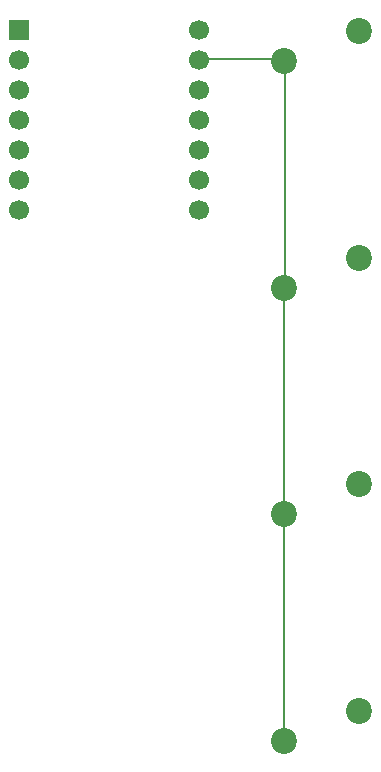
<source format=gbr>
%TF.GenerationSoftware,KiCad,Pcbnew,8.0.6*%
%TF.CreationDate,2024-11-02T08:16:50+08:00*%
%TF.ProjectId,macropad,6d616372-6f70-4616-942e-6b696361645f,rev?*%
%TF.SameCoordinates,Original*%
%TF.FileFunction,Copper,L1,Top*%
%TF.FilePolarity,Positive*%
%FSLAX46Y46*%
G04 Gerber Fmt 4.6, Leading zero omitted, Abs format (unit mm)*
G04 Created by KiCad (PCBNEW 8.0.6) date 2024-11-02 08:16:50*
%MOMM*%
%LPD*%
G01*
G04 APERTURE LIST*
%TA.AperFunction,ComponentPad*%
%ADD10C,2.200000*%
%TD*%
%TA.AperFunction,ComponentPad*%
%ADD11R,1.700000X1.700000*%
%TD*%
%TA.AperFunction,ComponentPad*%
%ADD12C,1.700000*%
%TD*%
%TA.AperFunction,Conductor*%
%ADD13C,0.200000*%
%TD*%
G04 APERTURE END LIST*
D10*
%TO.P,SW4,1,1*%
%TO.N,Net-(U1-PB09_A7_D7_RX)*%
X156974000Y-139018631D03*
%TO.P,SW4,2,2*%
%TO.N,GND*%
X150624000Y-141558631D03*
%TD*%
%TO.P,SW3,1,1*%
%TO.N,Net-(U1-PA7_A8_D8_SCK)*%
X157016000Y-119836101D03*
%TO.P,SW3,2,2*%
%TO.N,GND*%
X150666000Y-122376101D03*
%TD*%
%TO.P,SW1,1,1*%
%TO.N,Net-(U1-PA6_A10_D10_MOSI)*%
X156960000Y-81512530D03*
%TO.P,SW1,2,2*%
%TO.N,GND*%
X150610000Y-84052530D03*
%TD*%
%TO.P,SW2,1,1*%
%TO.N,Net-(U1-PA5_A9_D9_MISO)*%
X157000000Y-100694098D03*
%TO.P,SW2,2,2*%
%TO.N,GND*%
X150650000Y-103234098D03*
%TD*%
D11*
%TO.P,U1,1,PA02_A0_D0*%
%TO.N,unconnected-(U1-PA02_A0_D0-Pad1)*%
X128200000Y-81392015D03*
D12*
%TO.P,U1,2,PA4_A1_D1*%
%TO.N,unconnected-(U1-PA4_A1_D1-Pad2)*%
X128200000Y-83932015D03*
%TO.P,U1,3,PA10_A2_D2*%
%TO.N,unconnected-(U1-PA10_A2_D2-Pad3)*%
X128200000Y-86472015D03*
%TO.P,U1,4,PA11_A3_D3*%
%TO.N,unconnected-(U1-PA11_A3_D3-Pad4)*%
X128200000Y-89012015D03*
%TO.P,U1,5,PA8_A4_D4_SDA*%
%TO.N,unconnected-(U1-PA8_A4_D4_SDA-Pad5)*%
X128200000Y-91552015D03*
%TO.P,U1,6,PA9_A5_D5_SCL*%
%TO.N,unconnected-(U1-PA9_A5_D5_SCL-Pad6)*%
X128200000Y-94092015D03*
%TO.P,U1,7,PB08_A6_D6_TX*%
%TO.N,unconnected-(U1-PB08_A6_D6_TX-Pad7)*%
X128200000Y-96632015D03*
%TO.P,U1,8,PB09_A7_D7_RX*%
%TO.N,Net-(U1-PB09_A7_D7_RX)*%
X143450000Y-96632015D03*
%TO.P,U1,9,PA7_A8_D8_SCK*%
%TO.N,Net-(U1-PA7_A8_D8_SCK)*%
X143450000Y-94092015D03*
%TO.P,U1,10,PA5_A9_D9_MISO*%
%TO.N,Net-(U1-PA5_A9_D9_MISO)*%
X143450000Y-91552015D03*
%TO.P,U1,11,PA6_A10_D10_MOSI*%
%TO.N,Net-(U1-PA6_A10_D10_MOSI)*%
X143450000Y-89012015D03*
%TO.P,U1,12,3V3*%
%TO.N,unconnected-(U1-3V3-Pad12)*%
X143450000Y-86472015D03*
%TO.P,U1,13,GND*%
%TO.N,GND*%
X143450000Y-83932015D03*
%TO.P,U1,14,5V*%
%TO.N,unconnected-(U1-5V-Pad14)*%
X143450000Y-81392015D03*
%TD*%
D13*
%TO.N,GND*%
X150650000Y-122360101D02*
X150666000Y-122376101D01*
X150600000Y-122376101D02*
X150600000Y-141534631D01*
X150360000Y-103234098D02*
X150300000Y-103294098D01*
X150716000Y-84676098D02*
X150716000Y-103234098D01*
X143450000Y-83820000D02*
X143345000Y-83820000D01*
X143345000Y-83820000D02*
X143477530Y-83952530D01*
X150650000Y-83952530D02*
X150650000Y-84516000D01*
X143450000Y-83820000D02*
X150442470Y-83820000D01*
X150650000Y-103232729D02*
X150650000Y-122454199D01*
X150650000Y-103234098D02*
X150360000Y-103234098D01*
X150517470Y-83820000D02*
X150650000Y-83952530D01*
X150650000Y-84516000D02*
X150716000Y-84582000D01*
X150600000Y-141534631D02*
X150624000Y-141558631D01*
%TD*%
M02*

</source>
